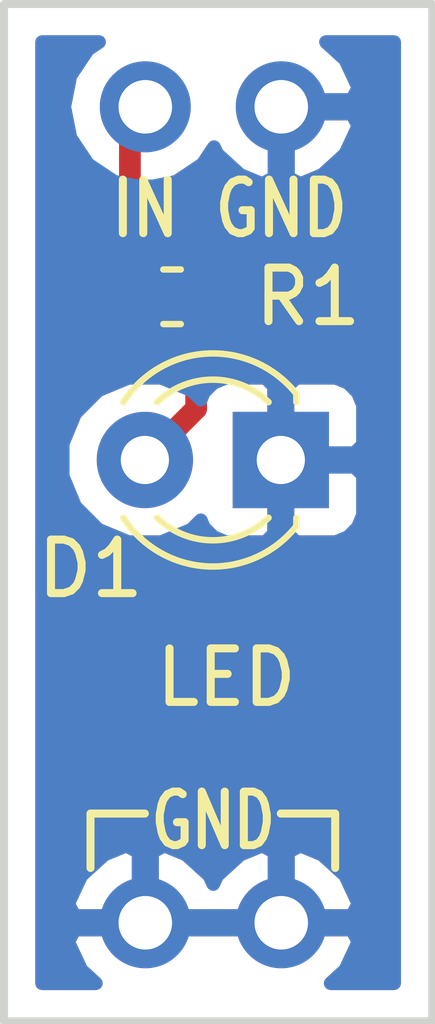
<source format=kicad_pcb>
(kicad_pcb (version 20171130) (host pcbnew "(5.0.0-3-g5ebb6b6)")

  (general
    (thickness 1.6)
    (drawings 12)
    (tracks 5)
    (zones 0)
    (modules 4)
    (nets 4)
  )

  (page A4)
  (layers
    (0 F.Cu signal)
    (31 B.Cu signal)
    (32 B.Adhes user)
    (33 F.Adhes user)
    (34 B.Paste user)
    (35 F.Paste user)
    (36 B.SilkS user)
    (37 F.SilkS user)
    (38 B.Mask user)
    (39 F.Mask user)
    (40 Dwgs.User user)
    (41 Cmts.User user)
    (42 Eco1.User user)
    (43 Eco2.User user)
    (44 Edge.Cuts user)
    (45 Margin user)
    (46 B.CrtYd user hide)
    (47 F.CrtYd user hide)
    (48 B.Fab user hide)
    (49 F.Fab user hide)
  )

  (setup
    (last_trace_width 0.1524)
    (user_trace_width 0.1524)
    (user_trace_width 0.254)
    (user_trace_width 0.4064)
    (user_trace_width 0.635)
    (trace_clearance 0.1524)
    (zone_clearance 0.508)
    (zone_45_only no)
    (trace_min 0.1524)
    (segment_width 0.15)
    (edge_width 0.15)
    (via_size 0.6858)
    (via_drill 0.3048)
    (via_min_size 0.6858)
    (via_min_drill 0.3048)
    (uvia_size 0.3048)
    (uvia_drill 0.1524)
    (uvias_allowed no)
    (uvia_min_size 0.2)
    (uvia_min_drill 0.1)
    (pcb_text_width 0.3)
    (pcb_text_size 1.5 1.5)
    (mod_edge_width 0.15)
    (mod_text_size 1 1)
    (mod_text_width 0.15)
    (pad_size 1.524 1.524)
    (pad_drill 0.762)
    (pad_to_mask_clearance 0.2)
    (aux_axis_origin 0 0)
    (visible_elements FFFFFF7F)
    (pcbplotparams
      (layerselection 0x010fc_ffffffff)
      (usegerberextensions false)
      (usegerberattributes false)
      (usegerberadvancedattributes false)
      (creategerberjobfile false)
      (excludeedgelayer true)
      (linewidth 0.100000)
      (plotframeref false)
      (viasonmask false)
      (mode 1)
      (useauxorigin false)
      (hpglpennumber 1)
      (hpglpenspeed 20)
      (hpglpendiameter 15.000000)
      (psnegative false)
      (psa4output false)
      (plotreference true)
      (plotvalue true)
      (plotinvisibletext false)
      (padsonsilk false)
      (subtractmaskfromsilk false)
      (outputformat 1)
      (mirror false)
      (drillshape 1)
      (scaleselection 1)
      (outputdirectory ""))
  )

  (net 0 "")
  (net 1 GND)
  (net 2 "Net-(D1-Pad2)")
  (net 3 IN)

  (net_class Default "This is the default net class."
    (clearance 0.1524)
    (trace_width 0.1524)
    (via_dia 0.6858)
    (via_drill 0.3048)
    (uvia_dia 0.3048)
    (uvia_drill 0.1524)
    (diff_pair_gap 0.1524)
    (diff_pair_width 0.1524)
    (add_net GND)
    (add_net IN)
    (add_net "Net-(D1-Pad2)")
  )

  (module Connector_PinHeader_2.54mm:PinHeader_1x02_P2.54mm_Vertical (layer B.Cu) (tedit 5FD62D7B) (tstamp 5FD6F9B2)
    (at 103.64 73.16 270)
    (descr "Through hole straight pin header, 1x02, 2.54mm pitch, single row")
    (tags "Through hole pin header THT 1x02 2.54mm single row")
    (path /5FD63147)
    (fp_text reference J2 (at 0 2.33 270) (layer B.SilkS) hide
      (effects (font (size 1 1) (thickness 0.15)) (justify mirror))
    )
    (fp_text value GND (at 0 -4.87 270) (layer B.Fab)
      (effects (font (size 1 1) (thickness 0.15)) (justify mirror))
    )
    (fp_text user %R (at 0 -1.27 180) (layer B.Fab)
      (effects (font (size 1 1) (thickness 0.15)) (justify mirror))
    )
    (fp_line (start 1.8 1.8) (end -1.8 1.8) (layer B.CrtYd) (width 0.05))
    (fp_line (start 1.8 -4.35) (end 1.8 1.8) (layer B.CrtYd) (width 0.05))
    (fp_line (start -1.8 -4.35) (end 1.8 -4.35) (layer B.CrtYd) (width 0.05))
    (fp_line (start -1.8 1.8) (end -1.8 -4.35) (layer B.CrtYd) (width 0.05))
    (fp_line (start -1.27 0.635) (end -0.635 1.27) (layer B.Fab) (width 0.1))
    (fp_line (start -1.27 -3.81) (end -1.27 0.635) (layer B.Fab) (width 0.1))
    (fp_line (start 1.27 -3.81) (end -1.27 -3.81) (layer B.Fab) (width 0.1))
    (fp_line (start 1.27 1.27) (end 1.27 -3.81) (layer B.Fab) (width 0.1))
    (fp_line (start -0.635 1.27) (end 1.27 1.27) (layer B.Fab) (width 0.1))
    (pad 2 thru_hole oval (at 0 -2.54 270) (size 1.7 1.7) (drill 1) (layers *.Cu *.Mask)
      (net 1 GND))
    (pad 1 thru_hole oval (at 0 0 270) (size 1.7 1.7) (drill 1) (layers *.Cu *.Mask)
      (net 1 GND))
    (model ${KISYS3DMOD}/Connector_PinHeader_2.54mm.3dshapes/PinHeader_1x02_P2.54mm_Vertical.wrl
      (at (xyz 0 0 0))
      (scale (xyz 1 1 1))
      (rotate (xyz 0 0 0))
    )
  )

  (module Connector_PinHeader_2.54mm:PinHeader_1x02_P2.54mm_Vertical (layer B.Cu) (tedit 5FD62D60) (tstamp 5FD6F99D)
    (at 103.64 57.92 270)
    (descr "Through hole straight pin header, 1x02, 2.54mm pitch, single row")
    (tags "Through hole pin header THT 1x02 2.54mm single row")
    (path /5FD25C62)
    (fp_text reference J1 (at 0 2.33 270) (layer B.SilkS) hide
      (effects (font (size 1 1) (thickness 0.15)) (justify mirror))
    )
    (fp_text value IN (at 0 -4.87 270) (layer B.Fab)
      (effects (font (size 1 1) (thickness 0.15)) (justify mirror))
    )
    (fp_line (start -0.635 1.27) (end 1.27 1.27) (layer B.Fab) (width 0.1))
    (fp_line (start 1.27 1.27) (end 1.27 -3.81) (layer B.Fab) (width 0.1))
    (fp_line (start 1.27 -3.81) (end -1.27 -3.81) (layer B.Fab) (width 0.1))
    (fp_line (start -1.27 -3.81) (end -1.27 0.635) (layer B.Fab) (width 0.1))
    (fp_line (start -1.27 0.635) (end -0.635 1.27) (layer B.Fab) (width 0.1))
    (fp_line (start -1.8 1.8) (end -1.8 -4.35) (layer B.CrtYd) (width 0.05))
    (fp_line (start -1.8 -4.35) (end 1.8 -4.35) (layer B.CrtYd) (width 0.05))
    (fp_line (start 1.8 -4.35) (end 1.8 1.8) (layer B.CrtYd) (width 0.05))
    (fp_line (start 1.8 1.8) (end -1.8 1.8) (layer B.CrtYd) (width 0.05))
    (fp_text user %R (at 0 -1.27 180) (layer B.Fab)
      (effects (font (size 1 1) (thickness 0.15)) (justify mirror))
    )
    (pad 1 thru_hole oval (at 0 0 270) (size 1.7 1.7) (drill 1) (layers *.Cu *.Mask)
      (net 3 IN))
    (pad 2 thru_hole oval (at 0 -2.54 270) (size 1.7 1.7) (drill 1) (layers *.Cu *.Mask)
      (net 1 GND))
    (model ${KISYS3DMOD}/Connector_PinHeader_2.54mm.3dshapes/PinHeader_1x02_P2.54mm_Vertical.wrl
      (at (xyz 0 0 0))
      (scale (xyz 1 1 1))
      (rotate (xyz 0 0 0))
    )
  )

  (module LED_THT:LED_D3.0mm (layer F.Cu) (tedit 587A3A7B) (tstamp 5FD6F99C)
    (at 106.172 64.516 180)
    (descr "LED, diameter 3.0mm, 2 pins")
    (tags "LED diameter 3.0mm 2 pins")
    (path /5FD62DCA)
    (fp_text reference D1 (at 3.556 -2.032 180) (layer F.SilkS)
      (effects (font (size 1 1) (thickness 0.15)))
    )
    (fp_text value LED (at 1.27 2.96 180) (layer F.Fab)
      (effects (font (size 1 1) (thickness 0.15)))
    )
    (fp_arc (start 1.27 0) (end -0.23 -1.16619) (angle 284.3) (layer F.Fab) (width 0.1))
    (fp_arc (start 1.27 0) (end -0.29 -1.235516) (angle 108.8) (layer F.SilkS) (width 0.12))
    (fp_arc (start 1.27 0) (end -0.29 1.235516) (angle -108.8) (layer F.SilkS) (width 0.12))
    (fp_arc (start 1.27 0) (end 0.229039 -1.08) (angle 87.9) (layer F.SilkS) (width 0.12))
    (fp_arc (start 1.27 0) (end 0.229039 1.08) (angle -87.9) (layer F.SilkS) (width 0.12))
    (fp_circle (center 1.27 0) (end 2.77 0) (layer F.Fab) (width 0.1))
    (fp_line (start -0.23 -1.16619) (end -0.23 1.16619) (layer F.Fab) (width 0.1))
    (fp_line (start -0.29 -1.236) (end -0.29 -1.08) (layer F.SilkS) (width 0.12))
    (fp_line (start -0.29 1.08) (end -0.29 1.236) (layer F.SilkS) (width 0.12))
    (fp_line (start -1.15 -2.25) (end -1.15 2.25) (layer F.CrtYd) (width 0.05))
    (fp_line (start -1.15 2.25) (end 3.7 2.25) (layer F.CrtYd) (width 0.05))
    (fp_line (start 3.7 2.25) (end 3.7 -2.25) (layer F.CrtYd) (width 0.05))
    (fp_line (start 3.7 -2.25) (end -1.15 -2.25) (layer F.CrtYd) (width 0.05))
    (pad 1 thru_hole rect (at 0 0 180) (size 1.8 1.8) (drill 0.9) (layers *.Cu *.Mask)
      (net 1 GND))
    (pad 2 thru_hole circle (at 2.54 0 180) (size 1.8 1.8) (drill 0.9) (layers *.Cu *.Mask)
      (net 2 "Net-(D1-Pad2)"))
    (model ${KISYS3DMOD}/LED_THT.3dshapes/LED_D3.0mm.wrl
      (at (xyz 0 0 0))
      (scale (xyz 1 1 1))
      (rotate (xyz 0 0 0))
    )
  )

  (module Resistor_SMD:R_0603_1608Metric (layer F.Cu) (tedit 5B301BBD) (tstamp 5FD6F9D7)
    (at 104.14 61.468 180)
    (descr "Resistor SMD 0603 (1608 Metric), square (rectangular) end terminal, IPC_7351 nominal, (Body size source: http://www.tortai-tech.com/upload/download/2011102023233369053.pdf), generated with kicad-footprint-generator")
    (tags resistor)
    (path /5FD62CC1)
    (attr smd)
    (fp_text reference R1 (at -2.54 0 180) (layer F.SilkS)
      (effects (font (size 1 1) (thickness 0.15)))
    )
    (fp_text value 100 (at 0 1.43 180) (layer F.Fab)
      (effects (font (size 1 1) (thickness 0.15)))
    )
    (fp_line (start -0.8 0.4) (end -0.8 -0.4) (layer F.Fab) (width 0.1))
    (fp_line (start -0.8 -0.4) (end 0.8 -0.4) (layer F.Fab) (width 0.1))
    (fp_line (start 0.8 -0.4) (end 0.8 0.4) (layer F.Fab) (width 0.1))
    (fp_line (start 0.8 0.4) (end -0.8 0.4) (layer F.Fab) (width 0.1))
    (fp_line (start -0.162779 -0.51) (end 0.162779 -0.51) (layer F.SilkS) (width 0.12))
    (fp_line (start -0.162779 0.51) (end 0.162779 0.51) (layer F.SilkS) (width 0.12))
    (fp_line (start -1.48 0.73) (end -1.48 -0.73) (layer F.CrtYd) (width 0.05))
    (fp_line (start -1.48 -0.73) (end 1.48 -0.73) (layer F.CrtYd) (width 0.05))
    (fp_line (start 1.48 -0.73) (end 1.48 0.73) (layer F.CrtYd) (width 0.05))
    (fp_line (start 1.48 0.73) (end -1.48 0.73) (layer F.CrtYd) (width 0.05))
    (fp_text user %R (at 0 0 180) (layer F.Fab)
      (effects (font (size 0.4 0.4) (thickness 0.06)))
    )
    (pad 1 smd roundrect (at -0.7875 0 180) (size 0.875 0.95) (layers F.Cu F.Paste F.Mask) (roundrect_rratio 0.25)
      (net 2 "Net-(D1-Pad2)"))
    (pad 2 smd roundrect (at 0.7875 0 180) (size 0.875 0.95) (layers F.Cu F.Paste F.Mask) (roundrect_rratio 0.25)
      (net 3 IN))
    (model ${KISYS3DMOD}/Resistor_SMD.3dshapes/R_0603_1608Metric.wrl
      (at (xyz 0 0 0))
      (scale (xyz 1 1 1))
      (rotate (xyz 0 0 0))
    )
  )

  (gr_line (start 107.188 71.12) (end 107.188 72.136) (layer F.SilkS) (width 0.15))
  (gr_line (start 106.172 71.12) (end 107.188 71.12) (layer F.SilkS) (width 0.15))
  (gr_line (start 102.616 71.12) (end 102.616 72.136) (layer F.SilkS) (width 0.15))
  (gr_line (start 103.632 71.12) (end 102.616 71.12) (layer F.SilkS) (width 0.15))
  (gr_text IN (at 103.64 59.825) (layer F.SilkS) (tstamp 5FD6FC0C)
    (effects (font (size 1 0.8) (thickness 0.15)))
  )
  (gr_text GND (at 104.91 71.255) (layer F.SilkS) (tstamp 5FD26967)
    (effects (font (size 1 0.75) (thickness 0.15)))
  )
  (gr_text GND (at 106.18 59.825) (layer F.SilkS) (tstamp 5FD2688E)
    (effects (font (size 1 0.8) (thickness 0.15)))
  )
  (gr_text LED (at 105.156 68.58) (layer F.SilkS) (tstamp 5FC9695F)
    (effects (font (size 1 0.95) (thickness 0.15)))
  )
  (gr_line (start 101 56) (end 101 75) (layer Edge.Cuts) (width 0.15))
  (gr_line (start 109 56) (end 101 56) (layer Edge.Cuts) (width 0.15))
  (gr_line (start 109 75) (end 109 56) (layer Edge.Cuts) (width 0.15))
  (gr_line (start 101 75) (end 109 75) (layer Edge.Cuts) (width 0.15))

  (segment (start 104.59 61.8055) (end 104.59 63.558) (width 0.4064) (layer F.Cu) (net 2))
  (segment (start 104.59 63.558) (end 103.632 64.516) (width 0.4064) (layer F.Cu) (net 2))
  (segment (start 104.9275 61.468) (end 104.59 61.8055) (width 0.4064) (layer F.Cu) (net 2))
  (segment (start 103.3525 58.2075) (end 103.64 57.92) (width 0.4064) (layer F.Cu) (net 3))
  (segment (start 103.3525 61.468) (end 103.3525 58.2075) (width 0.4064) (layer F.Cu) (net 3))

  (zone (net 1) (net_name GND) (layer F.Cu) (tstamp 0) (hatch edge 0.508)
    (connect_pads (clearance 0.508))
    (min_thickness 0.254)
    (fill yes (arc_segments 16) (thermal_gap 0.508) (thermal_bridge_width 0.508))
    (polygon
      (pts
        (xy 101 56) (xy 109 56) (xy 109 75) (xy 101 75)
      )
    )
    (filled_polygon
      (pts
        (xy 102.569375 56.849375) (xy 102.241161 57.340582) (xy 102.125908 57.92) (xy 102.241161 58.499418) (xy 102.514301 58.908201)
        (xy 102.5143 60.609678) (xy 102.333495 60.880273) (xy 102.26756 61.21175) (xy 102.26756 61.72425) (xy 102.333495 62.055727)
        (xy 102.521261 62.336739) (xy 102.802273 62.524505) (xy 103.13375 62.59044) (xy 103.57125 62.59044) (xy 103.7518 62.554526)
        (xy 103.751801 62.981) (xy 103.32667 62.981) (xy 102.762493 63.21469) (xy 102.33069 63.646493) (xy 102.097 64.21067)
        (xy 102.097 64.82133) (xy 102.33069 65.385507) (xy 102.762493 65.81731) (xy 103.32667 66.051) (xy 103.93733 66.051)
        (xy 104.501507 65.81731) (xy 104.677861 65.640956) (xy 104.733673 65.775699) (xy 104.912302 65.954327) (xy 105.145691 66.051)
        (xy 105.88625 66.051) (xy 106.045 65.89225) (xy 106.045 64.643) (xy 106.299 64.643) (xy 106.299 65.89225)
        (xy 106.45775 66.051) (xy 107.198309 66.051) (xy 107.431698 65.954327) (xy 107.610327 65.775699) (xy 107.707 65.54231)
        (xy 107.707 64.80175) (xy 107.54825 64.643) (xy 106.299 64.643) (xy 106.045 64.643) (xy 106.025 64.643)
        (xy 106.025 64.389) (xy 106.045 64.389) (xy 106.045 63.13975) (xy 106.299 63.13975) (xy 106.299 64.389)
        (xy 107.54825 64.389) (xy 107.707 64.23025) (xy 107.707 63.48969) (xy 107.610327 63.256301) (xy 107.431698 63.077673)
        (xy 107.198309 62.981) (xy 106.45775 62.981) (xy 106.299 63.13975) (xy 106.045 63.13975) (xy 105.88625 62.981)
        (xy 105.4282 62.981) (xy 105.4282 62.534357) (xy 105.477727 62.524505) (xy 105.758739 62.336739) (xy 105.946505 62.055727)
        (xy 106.01244 61.72425) (xy 106.01244 61.21175) (xy 105.946505 60.880273) (xy 105.758739 60.599261) (xy 105.477727 60.411495)
        (xy 105.14625 60.34556) (xy 104.70875 60.34556) (xy 104.377273 60.411495) (xy 104.1907 60.536159) (xy 104.1907 59.324551)
        (xy 104.219418 59.318839) (xy 104.710625 58.990625) (xy 104.923843 58.671522) (xy 104.984817 58.801358) (xy 105.413076 59.191645)
        (xy 105.82311 59.361476) (xy 106.053 59.240155) (xy 106.053 58.047) (xy 106.307 58.047) (xy 106.307 59.240155)
        (xy 106.53689 59.361476) (xy 106.946924 59.191645) (xy 107.375183 58.801358) (xy 107.621486 58.276892) (xy 107.500819 58.047)
        (xy 106.307 58.047) (xy 106.053 58.047) (xy 106.033 58.047) (xy 106.033 57.793) (xy 106.053 57.793)
        (xy 106.053 57.773) (xy 106.307 57.773) (xy 106.307 57.793) (xy 107.500819 57.793) (xy 107.621486 57.563108)
        (xy 107.375183 57.038642) (xy 107.014567 56.71) (xy 108.290001 56.71) (xy 108.29 74.29) (xy 107.10235 74.29)
        (xy 107.375183 74.041358) (xy 107.621486 73.516892) (xy 107.500819 73.287) (xy 106.307 73.287) (xy 106.307 73.307)
        (xy 106.053 73.307) (xy 106.053 73.287) (xy 103.767 73.287) (xy 103.767 73.307) (xy 103.513 73.307)
        (xy 103.513 73.287) (xy 102.319181 73.287) (xy 102.198514 73.516892) (xy 102.444817 74.041358) (xy 102.71765 74.29)
        (xy 101.71 74.29) (xy 101.71 72.803108) (xy 102.198514 72.803108) (xy 102.319181 73.033) (xy 103.513 73.033)
        (xy 103.513 71.839845) (xy 103.767 71.839845) (xy 103.767 73.033) (xy 106.053 73.033) (xy 106.053 71.839845)
        (xy 106.307 71.839845) (xy 106.307 73.033) (xy 107.500819 73.033) (xy 107.621486 72.803108) (xy 107.375183 72.278642)
        (xy 106.946924 71.888355) (xy 106.53689 71.718524) (xy 106.307 71.839845) (xy 106.053 71.839845) (xy 105.82311 71.718524)
        (xy 105.413076 71.888355) (xy 104.984817 72.278642) (xy 104.91 72.437954) (xy 104.835183 72.278642) (xy 104.406924 71.888355)
        (xy 103.99689 71.718524) (xy 103.767 71.839845) (xy 103.513 71.839845) (xy 103.28311 71.718524) (xy 102.873076 71.888355)
        (xy 102.444817 72.278642) (xy 102.198514 72.803108) (xy 101.71 72.803108) (xy 101.71 56.71) (xy 102.777964 56.71)
      )
    )
  )
  (zone (net 1) (net_name GND) (layer B.Cu) (tstamp 0) (hatch edge 0.508)
    (connect_pads (clearance 0.508))
    (min_thickness 0.254)
    (fill yes (arc_segments 16) (thermal_gap 0.508) (thermal_bridge_width 0.508))
    (polygon
      (pts
        (xy 101 56) (xy 109 56) (xy 109 75) (xy 101 75)
      )
    )
    (filled_polygon
      (pts
        (xy 102.569375 56.849375) (xy 102.241161 57.340582) (xy 102.125908 57.92) (xy 102.241161 58.499418) (xy 102.569375 58.990625)
        (xy 103.060582 59.318839) (xy 103.493744 59.405) (xy 103.786256 59.405) (xy 104.219418 59.318839) (xy 104.710625 58.990625)
        (xy 104.923843 58.671522) (xy 104.984817 58.801358) (xy 105.413076 59.191645) (xy 105.82311 59.361476) (xy 106.053 59.240155)
        (xy 106.053 58.047) (xy 106.307 58.047) (xy 106.307 59.240155) (xy 106.53689 59.361476) (xy 106.946924 59.191645)
        (xy 107.375183 58.801358) (xy 107.621486 58.276892) (xy 107.500819 58.047) (xy 106.307 58.047) (xy 106.053 58.047)
        (xy 106.033 58.047) (xy 106.033 57.793) (xy 106.053 57.793) (xy 106.053 57.773) (xy 106.307 57.773)
        (xy 106.307 57.793) (xy 107.500819 57.793) (xy 107.621486 57.563108) (xy 107.375183 57.038642) (xy 107.014567 56.71)
        (xy 108.290001 56.71) (xy 108.29 74.29) (xy 107.10235 74.29) (xy 107.375183 74.041358) (xy 107.621486 73.516892)
        (xy 107.500819 73.287) (xy 106.307 73.287) (xy 106.307 73.307) (xy 106.053 73.307) (xy 106.053 73.287)
        (xy 103.767 73.287) (xy 103.767 73.307) (xy 103.513 73.307) (xy 103.513 73.287) (xy 102.319181 73.287)
        (xy 102.198514 73.516892) (xy 102.444817 74.041358) (xy 102.71765 74.29) (xy 101.71 74.29) (xy 101.71 72.803108)
        (xy 102.198514 72.803108) (xy 102.319181 73.033) (xy 103.513 73.033) (xy 103.513 71.839845) (xy 103.767 71.839845)
        (xy 103.767 73.033) (xy 106.053 73.033) (xy 106.053 71.839845) (xy 106.307 71.839845) (xy 106.307 73.033)
        (xy 107.500819 73.033) (xy 107.621486 72.803108) (xy 107.375183 72.278642) (xy 106.946924 71.888355) (xy 106.53689 71.718524)
        (xy 106.307 71.839845) (xy 106.053 71.839845) (xy 105.82311 71.718524) (xy 105.413076 71.888355) (xy 104.984817 72.278642)
        (xy 104.91 72.437954) (xy 104.835183 72.278642) (xy 104.406924 71.888355) (xy 103.99689 71.718524) (xy 103.767 71.839845)
        (xy 103.513 71.839845) (xy 103.28311 71.718524) (xy 102.873076 71.888355) (xy 102.444817 72.278642) (xy 102.198514 72.803108)
        (xy 101.71 72.803108) (xy 101.71 64.21067) (xy 102.097 64.21067) (xy 102.097 64.82133) (xy 102.33069 65.385507)
        (xy 102.762493 65.81731) (xy 103.32667 66.051) (xy 103.93733 66.051) (xy 104.501507 65.81731) (xy 104.677861 65.640956)
        (xy 104.733673 65.775699) (xy 104.912302 65.954327) (xy 105.145691 66.051) (xy 105.88625 66.051) (xy 106.045 65.89225)
        (xy 106.045 64.643) (xy 106.299 64.643) (xy 106.299 65.89225) (xy 106.45775 66.051) (xy 107.198309 66.051)
        (xy 107.431698 65.954327) (xy 107.610327 65.775699) (xy 107.707 65.54231) (xy 107.707 64.80175) (xy 107.54825 64.643)
        (xy 106.299 64.643) (xy 106.045 64.643) (xy 106.025 64.643) (xy 106.025 64.389) (xy 106.045 64.389)
        (xy 106.045 63.13975) (xy 106.299 63.13975) (xy 106.299 64.389) (xy 107.54825 64.389) (xy 107.707 64.23025)
        (xy 107.707 63.48969) (xy 107.610327 63.256301) (xy 107.431698 63.077673) (xy 107.198309 62.981) (xy 106.45775 62.981)
        (xy 106.299 63.13975) (xy 106.045 63.13975) (xy 105.88625 62.981) (xy 105.145691 62.981) (xy 104.912302 63.077673)
        (xy 104.733673 63.256301) (xy 104.677861 63.391044) (xy 104.501507 63.21469) (xy 103.93733 62.981) (xy 103.32667 62.981)
        (xy 102.762493 63.21469) (xy 102.33069 63.646493) (xy 102.097 64.21067) (xy 101.71 64.21067) (xy 101.71 56.71)
        (xy 102.777964 56.71)
      )
    )
  )
)

</source>
